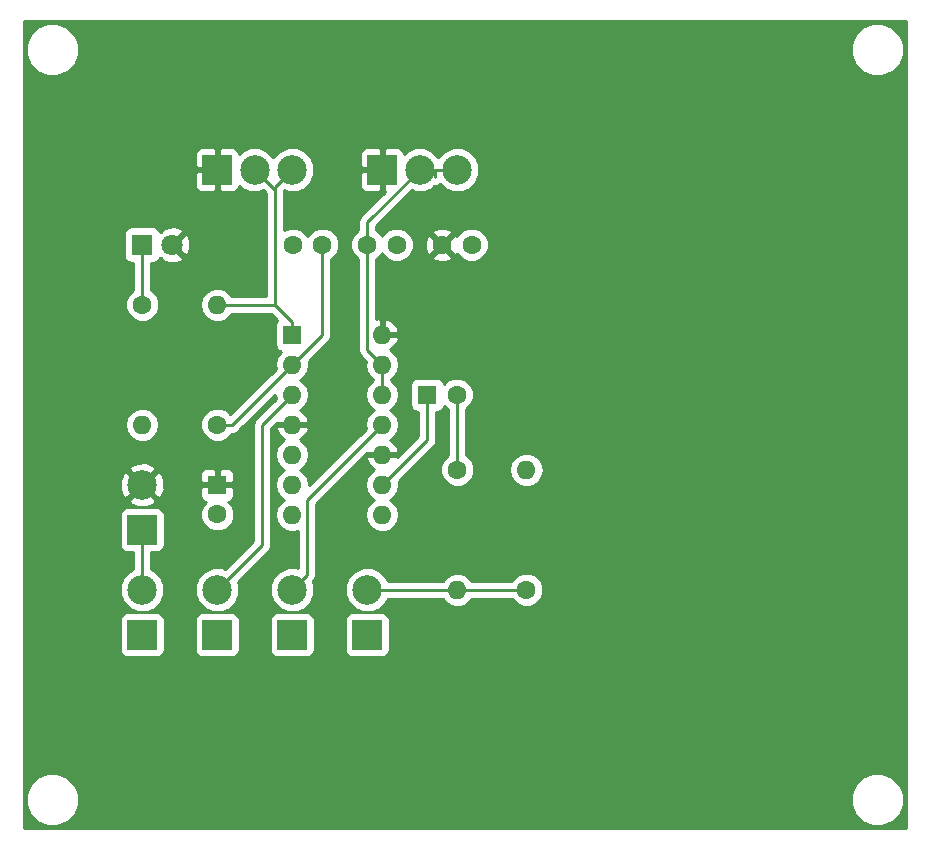
<source format=gtl>
G04 #@! TF.GenerationSoftware,KiCad,Pcbnew,(6.0.0-rc1-dev-441-gb1e5549)*
G04 #@! TF.CreationDate,2018-09-12T02:05:33+03:00*
G04 #@! TF.ProjectId,APC,4150432E6B696361645F706362000000,rev?*
G04 #@! TF.SameCoordinates,Original*
G04 #@! TF.FileFunction,Copper,L1,Top,Signal*
G04 #@! TF.FilePolarity,Positive*
%FSLAX46Y46*%
G04 Gerber Fmt 4.6, Leading zero omitted, Abs format (unit mm)*
G04 Created by KiCad (PCBNEW (6.0.0-rc1-dev-441-gb1e5549)) date 2018 September 12, Wednesday 02:05:33*
%MOMM*%
%LPD*%
G01*
G04 APERTURE LIST*
G04 #@! TA.AperFunction,ComponentPad*
%ADD10R,1.600000X1.600000*%
G04 #@! TD*
G04 #@! TA.AperFunction,ComponentPad*
%ADD11O,1.600000X1.600000*%
G04 #@! TD*
G04 #@! TA.AperFunction,ComponentPad*
%ADD12C,1.600000*%
G04 #@! TD*
G04 #@! TA.AperFunction,ComponentPad*
%ADD13C,2.499360*%
G04 #@! TD*
G04 #@! TA.AperFunction,ComponentPad*
%ADD14R,2.499360X2.499360*%
G04 #@! TD*
G04 #@! TA.AperFunction,ComponentPad*
%ADD15R,1.800000X1.800000*%
G04 #@! TD*
G04 #@! TA.AperFunction,ComponentPad*
%ADD16C,1.800000*%
G04 #@! TD*
G04 #@! TA.AperFunction,Conductor*
%ADD17C,0.250000*%
G04 #@! TD*
G04 #@! TA.AperFunction,Conductor*
%ADD18C,0.254000*%
G04 #@! TD*
G04 APERTURE END LIST*
D10*
G04 #@! TO.P,U1,1*
G04 #@! TO.N,Net-(R2-Pad2)*
X81280000Y-81280000D03*
D11*
G04 #@! TO.P,U1,8*
G04 #@! TO.N,Net-(U1-Pad5)*
X88900000Y-96520000D03*
G04 #@! TO.P,U1,2*
G04 #@! TO.N,Net-(C3-Pad1)*
X81280000Y-83820000D03*
G04 #@! TO.P,U1,9*
G04 #@! TO.N,Net-(C5-Pad1)*
X88900000Y-93980000D03*
G04 #@! TO.P,U1,3*
G04 #@! TO.N,Net-(J2-PadT)*
X81280000Y-86360000D03*
G04 #@! TO.P,U1,10*
G04 #@! TO.N,/PWR*
X88900000Y-91440000D03*
G04 #@! TO.P,U1,4*
X81280000Y-88900000D03*
G04 #@! TO.P,U1,11*
G04 #@! TO.N,Net-(J3-PadT)*
X88900000Y-88900000D03*
G04 #@! TO.P,U1,5*
G04 #@! TO.N,Net-(U1-Pad5)*
X81280000Y-91440000D03*
G04 #@! TO.P,U1,12*
G04 #@! TO.N,Net-(C4-Pad1)*
X88900000Y-86360000D03*
G04 #@! TO.P,U1,6*
G04 #@! TO.N,Net-(C3-Pad1)*
X81280000Y-93980000D03*
G04 #@! TO.P,U1,13*
G04 #@! TO.N,Net-(C4-Pad1)*
X88900000Y-83820000D03*
G04 #@! TO.P,U1,7*
G04 #@! TO.N,GND*
X81280000Y-96520000D03*
G04 #@! TO.P,U1,14*
G04 #@! TO.N,/PWR*
X88900000Y-81280000D03*
G04 #@! TD*
D12*
G04 #@! TO.P,C2,2*
G04 #@! TO.N,GND*
X74930000Y-96480000D03*
D10*
G04 #@! TO.P,C2,1*
G04 #@! TO.N,/PWR*
X74930000Y-93980000D03*
G04 #@! TD*
D12*
G04 #@! TO.P,C5,2*
G04 #@! TO.N,Net-(C5-Pad2)*
X95210000Y-86360000D03*
D10*
G04 #@! TO.P,C5,1*
G04 #@! TO.N,Net-(C5-Pad1)*
X92710000Y-86360000D03*
G04 #@! TD*
D13*
G04 #@! TO.P,RV1,3*
G04 #@! TO.N,Net-(R2-Pad2)*
X81280000Y-67310000D03*
G04 #@! TO.P,RV1,2*
X78105000Y-67310000D03*
D14*
G04 #@! TO.P,RV1,1*
G04 #@! TO.N,/PWR*
X74930000Y-67310000D03*
G04 #@! TD*
D13*
G04 #@! TO.P,RV2,3*
G04 #@! TO.N,Net-(C4-Pad1)*
X95250000Y-67310000D03*
G04 #@! TO.P,RV2,2*
X92075000Y-67310000D03*
D14*
G04 #@! TO.P,RV2,1*
G04 #@! TO.N,/PWR*
X88900000Y-67310000D03*
G04 #@! TD*
D13*
G04 #@! TO.P,J1,2*
G04 #@! TO.N,+9V*
X68580000Y-102870000D03*
D14*
G04 #@! TO.P,J1,1*
G04 #@! TO.N,GND*
X68580000Y-106680000D03*
G04 #@! TD*
D12*
G04 #@! TO.P,C1,1*
G04 #@! TO.N,/PWR*
X93980000Y-73660000D03*
G04 #@! TO.P,C1,2*
G04 #@! TO.N,GND*
X96480000Y-73660000D03*
G04 #@! TD*
G04 #@! TO.P,C3,1*
G04 #@! TO.N,Net-(C3-Pad1)*
X83820000Y-73660000D03*
G04 #@! TO.P,C3,2*
G04 #@! TO.N,GND*
X81320000Y-73660000D03*
G04 #@! TD*
G04 #@! TO.P,C4,2*
G04 #@! TO.N,GND*
X90130000Y-73660000D03*
G04 #@! TO.P,C4,1*
G04 #@! TO.N,Net-(C4-Pad1)*
X87630000Y-73660000D03*
G04 #@! TD*
D15*
G04 #@! TO.P,D1,1*
G04 #@! TO.N,Net-(D1-Pad1)*
X68580000Y-73660000D03*
D16*
G04 #@! TO.P,D1,2*
G04 #@! TO.N,/PWR*
X71120000Y-73660000D03*
G04 #@! TD*
D14*
G04 #@! TO.P,J2,1*
G04 #@! TO.N,GND*
X74930000Y-106680000D03*
D13*
G04 #@! TO.P,J2,2*
G04 #@! TO.N,Net-(J2-PadT)*
X74930000Y-102870000D03*
G04 #@! TD*
G04 #@! TO.P,J3,2*
G04 #@! TO.N,Net-(J3-PadT)*
X81280000Y-102870000D03*
D14*
G04 #@! TO.P,J3,1*
G04 #@! TO.N,GND*
X81280000Y-106680000D03*
G04 #@! TD*
G04 #@! TO.P,J4,1*
G04 #@! TO.N,GND*
X87630000Y-106680000D03*
D13*
G04 #@! TO.P,J4,2*
G04 #@! TO.N,Net-(J4-PadT)*
X87630000Y-102870000D03*
G04 #@! TD*
D12*
G04 #@! TO.P,R1,1*
G04 #@! TO.N,Net-(D1-Pad1)*
X68580000Y-78740000D03*
D11*
G04 #@! TO.P,R1,2*
G04 #@! TO.N,GND*
X68580000Y-88900000D03*
G04 #@! TD*
G04 #@! TO.P,R2,2*
G04 #@! TO.N,Net-(R2-Pad2)*
X74930000Y-78740000D03*
D12*
G04 #@! TO.P,R2,1*
G04 #@! TO.N,Net-(C3-Pad1)*
X74930000Y-88900000D03*
G04 #@! TD*
G04 #@! TO.P,R3,1*
G04 #@! TO.N,Net-(C5-Pad2)*
X95250000Y-92710000D03*
D11*
G04 #@! TO.P,R3,2*
G04 #@! TO.N,Net-(J4-PadT)*
X95250000Y-102870000D03*
G04 #@! TD*
G04 #@! TO.P,R4,2*
G04 #@! TO.N,GND*
X101111586Y-92710000D03*
D12*
G04 #@! TO.P,R4,1*
G04 #@! TO.N,Net-(J4-PadT)*
X101111586Y-102870000D03*
G04 #@! TD*
D13*
G04 #@! TO.P,SW1,2*
G04 #@! TO.N,/PWR*
X68580000Y-93980000D03*
D14*
G04 #@! TO.P,SW1,1*
G04 #@! TO.N,+9V*
X68580000Y-97790000D03*
G04 #@! TD*
D17*
G04 #@! TO.N,Net-(C3-Pad1)*
X76200000Y-88900000D02*
X81280000Y-83820000D01*
X74930000Y-88900000D02*
X76200000Y-88900000D01*
X83820000Y-81280000D02*
X81280000Y-83820000D01*
X83820000Y-73660000D02*
X83820000Y-81280000D01*
G04 #@! TO.N,Net-(C4-Pad1)*
X93345000Y-67945000D02*
X93345000Y-67310000D01*
X88900000Y-83820000D02*
X88900000Y-86360000D01*
X92075000Y-67310000D02*
X95250000Y-67310000D01*
X87630000Y-82550000D02*
X88900000Y-83820000D01*
X87630000Y-73660000D02*
X87630000Y-82550000D01*
X87630000Y-71755000D02*
X92075000Y-67310000D01*
X87630000Y-73660000D02*
X87630000Y-71755000D01*
G04 #@! TO.N,Net-(C5-Pad2)*
X95210000Y-92670000D02*
X95250000Y-92710000D01*
X95210000Y-86360000D02*
X95210000Y-92670000D01*
G04 #@! TO.N,Net-(C5-Pad1)*
X92710000Y-90170000D02*
X88900000Y-93980000D01*
X92710000Y-86360000D02*
X92710000Y-90170000D01*
G04 #@! TO.N,Net-(D1-Pad1)*
X68580000Y-78740000D02*
X68580000Y-73660000D01*
G04 #@! TO.N,+9V*
X68580000Y-102870000D02*
X68580000Y-97790000D01*
G04 #@! TO.N,Net-(R2-Pad2)*
X79790000Y-78740000D02*
X81280000Y-80230000D01*
X74930000Y-78740000D02*
X79790000Y-78740000D01*
X81280000Y-80230000D02*
X81280000Y-81280000D01*
X79790000Y-68995000D02*
X78105000Y-67310000D01*
X79790000Y-78740000D02*
X79790000Y-68995000D01*
X79790000Y-68800000D02*
X81280000Y-67310000D01*
X79790000Y-68995000D02*
X79790000Y-68800000D01*
G04 #@! TO.N,Net-(J4-PadT)*
X87630000Y-102870000D02*
X95250000Y-102870000D01*
X95250000Y-102870000D02*
X101111586Y-102870000D01*
G04 #@! TO.N,Net-(J2-PadT)*
X80480001Y-87159999D02*
X81280000Y-86360000D01*
X78740000Y-88900000D02*
X80480001Y-87159999D01*
X78740000Y-99060000D02*
X78740000Y-88900000D01*
X74930000Y-102870000D02*
X78740000Y-99060000D01*
G04 #@! TO.N,Net-(J3-PadT)*
X88100001Y-89699999D02*
X88900000Y-88900000D01*
X82529679Y-101620321D02*
X82529679Y-95270321D01*
X82529679Y-95270321D02*
X88100001Y-89699999D01*
X81280000Y-102870000D02*
X82529679Y-101620321D01*
G04 #@! TD*
D18*
G04 #@! TO.N,/PWR*
G36*
X133223000Y-123063000D02*
X58547000Y-123063000D01*
X58547000Y-120205431D01*
X58725000Y-120205431D01*
X58725000Y-121094569D01*
X59065259Y-121916026D01*
X59693974Y-122544741D01*
X60515431Y-122885000D01*
X61404569Y-122885000D01*
X62226026Y-122544741D01*
X62854741Y-121916026D01*
X63195000Y-121094569D01*
X63195000Y-120205431D01*
X128575000Y-120205431D01*
X128575000Y-121094569D01*
X128915259Y-121916026D01*
X129543974Y-122544741D01*
X130365431Y-122885000D01*
X131254569Y-122885000D01*
X132076026Y-122544741D01*
X132704741Y-121916026D01*
X133045000Y-121094569D01*
X133045000Y-120205431D01*
X132704741Y-119383974D01*
X132076026Y-118755259D01*
X131254569Y-118415000D01*
X130365431Y-118415000D01*
X129543974Y-118755259D01*
X128915259Y-119383974D01*
X128575000Y-120205431D01*
X63195000Y-120205431D01*
X62854741Y-119383974D01*
X62226026Y-118755259D01*
X61404569Y-118415000D01*
X60515431Y-118415000D01*
X59693974Y-118755259D01*
X59065259Y-119383974D01*
X58725000Y-120205431D01*
X58547000Y-120205431D01*
X58547000Y-105430320D01*
X66682880Y-105430320D01*
X66682880Y-107929680D01*
X66732163Y-108177445D01*
X66872511Y-108387489D01*
X67082555Y-108527837D01*
X67330320Y-108577120D01*
X69829680Y-108577120D01*
X70077445Y-108527837D01*
X70287489Y-108387489D01*
X70427837Y-108177445D01*
X70477120Y-107929680D01*
X70477120Y-105430320D01*
X73032880Y-105430320D01*
X73032880Y-107929680D01*
X73082163Y-108177445D01*
X73222511Y-108387489D01*
X73432555Y-108527837D01*
X73680320Y-108577120D01*
X76179680Y-108577120D01*
X76427445Y-108527837D01*
X76637489Y-108387489D01*
X76777837Y-108177445D01*
X76827120Y-107929680D01*
X76827120Y-105430320D01*
X79382880Y-105430320D01*
X79382880Y-107929680D01*
X79432163Y-108177445D01*
X79572511Y-108387489D01*
X79782555Y-108527837D01*
X80030320Y-108577120D01*
X82529680Y-108577120D01*
X82777445Y-108527837D01*
X82987489Y-108387489D01*
X83127837Y-108177445D01*
X83177120Y-107929680D01*
X83177120Y-105430320D01*
X85732880Y-105430320D01*
X85732880Y-107929680D01*
X85782163Y-108177445D01*
X85922511Y-108387489D01*
X86132555Y-108527837D01*
X86380320Y-108577120D01*
X88879680Y-108577120D01*
X89127445Y-108527837D01*
X89337489Y-108387489D01*
X89477837Y-108177445D01*
X89527120Y-107929680D01*
X89527120Y-105430320D01*
X89477837Y-105182555D01*
X89337489Y-104972511D01*
X89127445Y-104832163D01*
X88879680Y-104782880D01*
X86380320Y-104782880D01*
X86132555Y-104832163D01*
X85922511Y-104972511D01*
X85782163Y-105182555D01*
X85732880Y-105430320D01*
X83177120Y-105430320D01*
X83127837Y-105182555D01*
X82987489Y-104972511D01*
X82777445Y-104832163D01*
X82529680Y-104782880D01*
X80030320Y-104782880D01*
X79782555Y-104832163D01*
X79572511Y-104972511D01*
X79432163Y-105182555D01*
X79382880Y-105430320D01*
X76827120Y-105430320D01*
X76777837Y-105182555D01*
X76637489Y-104972511D01*
X76427445Y-104832163D01*
X76179680Y-104782880D01*
X73680320Y-104782880D01*
X73432555Y-104832163D01*
X73222511Y-104972511D01*
X73082163Y-105182555D01*
X73032880Y-105430320D01*
X70477120Y-105430320D01*
X70427837Y-105182555D01*
X70287489Y-104972511D01*
X70077445Y-104832163D01*
X69829680Y-104782880D01*
X67330320Y-104782880D01*
X67082555Y-104832163D01*
X66872511Y-104972511D01*
X66732163Y-105182555D01*
X66682880Y-105430320D01*
X58547000Y-105430320D01*
X58547000Y-96540320D01*
X66682880Y-96540320D01*
X66682880Y-99039680D01*
X66732163Y-99287445D01*
X66872511Y-99497489D01*
X67082555Y-99637837D01*
X67330320Y-99687120D01*
X67820001Y-99687120D01*
X67820000Y-101144839D01*
X67512415Y-101272245D01*
X66982245Y-101802415D01*
X66695320Y-102495114D01*
X66695320Y-103244886D01*
X66982245Y-103937585D01*
X67512415Y-104467755D01*
X68205114Y-104754680D01*
X68954886Y-104754680D01*
X69647585Y-104467755D01*
X70177755Y-103937585D01*
X70464680Y-103244886D01*
X70464680Y-102495114D01*
X73045320Y-102495114D01*
X73045320Y-103244886D01*
X73332245Y-103937585D01*
X73862415Y-104467755D01*
X74555114Y-104754680D01*
X75304886Y-104754680D01*
X75997585Y-104467755D01*
X76527755Y-103937585D01*
X76814680Y-103244886D01*
X76814680Y-102495114D01*
X79395320Y-102495114D01*
X79395320Y-103244886D01*
X79682245Y-103937585D01*
X80212415Y-104467755D01*
X80905114Y-104754680D01*
X81654886Y-104754680D01*
X82347585Y-104467755D01*
X82877755Y-103937585D01*
X83164680Y-103244886D01*
X83164680Y-102495114D01*
X85745320Y-102495114D01*
X85745320Y-103244886D01*
X86032245Y-103937585D01*
X86562415Y-104467755D01*
X87255114Y-104754680D01*
X88004886Y-104754680D01*
X88697585Y-104467755D01*
X89227755Y-103937585D01*
X89355161Y-103630000D01*
X94031957Y-103630000D01*
X94215423Y-103904577D01*
X94690091Y-104221740D01*
X95108667Y-104305000D01*
X95391333Y-104305000D01*
X95809909Y-104221740D01*
X96284577Y-103904577D01*
X96468043Y-103630000D01*
X99873156Y-103630000D01*
X99895052Y-103682862D01*
X100298724Y-104086534D01*
X100826147Y-104305000D01*
X101397025Y-104305000D01*
X101924448Y-104086534D01*
X102328120Y-103682862D01*
X102546586Y-103155439D01*
X102546586Y-102584561D01*
X102328120Y-102057138D01*
X101924448Y-101653466D01*
X101397025Y-101435000D01*
X100826147Y-101435000D01*
X100298724Y-101653466D01*
X99895052Y-102057138D01*
X99873156Y-102110000D01*
X96468043Y-102110000D01*
X96284577Y-101835423D01*
X95809909Y-101518260D01*
X95391333Y-101435000D01*
X95108667Y-101435000D01*
X94690091Y-101518260D01*
X94215423Y-101835423D01*
X94031957Y-102110000D01*
X89355161Y-102110000D01*
X89227755Y-101802415D01*
X88697585Y-101272245D01*
X88004886Y-100985320D01*
X87255114Y-100985320D01*
X86562415Y-101272245D01*
X86032245Y-101802415D01*
X85745320Y-102495114D01*
X83164680Y-102495114D01*
X83039763Y-102193537D01*
X83077608Y-102168250D01*
X83245583Y-101916858D01*
X83289679Y-101695173D01*
X83289679Y-101695168D01*
X83304567Y-101620321D01*
X83289679Y-101545474D01*
X83289679Y-95585122D01*
X84894801Y-93980000D01*
X87436887Y-93980000D01*
X87548260Y-94539909D01*
X87865423Y-95014577D01*
X88217758Y-95250000D01*
X87865423Y-95485423D01*
X87548260Y-95960091D01*
X87436887Y-96520000D01*
X87548260Y-97079909D01*
X87865423Y-97554577D01*
X88340091Y-97871740D01*
X88758667Y-97955000D01*
X89041333Y-97955000D01*
X89459909Y-97871740D01*
X89934577Y-97554577D01*
X90251740Y-97079909D01*
X90363113Y-96520000D01*
X90251740Y-95960091D01*
X89934577Y-95485423D01*
X89582242Y-95250000D01*
X89934577Y-95014577D01*
X90251740Y-94539909D01*
X90363113Y-93980000D01*
X90298688Y-93656113D01*
X93194473Y-90760329D01*
X93257929Y-90717929D01*
X93420325Y-90474887D01*
X93425904Y-90466538D01*
X93452068Y-90335000D01*
X93470000Y-90244852D01*
X93470000Y-90244848D01*
X93484888Y-90170000D01*
X93470000Y-90095152D01*
X93470000Y-87807440D01*
X93510000Y-87807440D01*
X93757765Y-87758157D01*
X93967809Y-87617809D01*
X94108157Y-87407765D01*
X94128101Y-87307497D01*
X94397138Y-87576534D01*
X94450000Y-87598430D01*
X94450001Y-91488138D01*
X94437138Y-91493466D01*
X94033466Y-91897138D01*
X93815000Y-92424561D01*
X93815000Y-92995439D01*
X94033466Y-93522862D01*
X94437138Y-93926534D01*
X94964561Y-94145000D01*
X95535439Y-94145000D01*
X96062862Y-93926534D01*
X96466534Y-93522862D01*
X96685000Y-92995439D01*
X96685000Y-92710000D01*
X99648473Y-92710000D01*
X99759846Y-93269909D01*
X100077009Y-93744577D01*
X100551677Y-94061740D01*
X100970253Y-94145000D01*
X101252919Y-94145000D01*
X101671495Y-94061740D01*
X102146163Y-93744577D01*
X102463326Y-93269909D01*
X102574699Y-92710000D01*
X102463326Y-92150091D01*
X102146163Y-91675423D01*
X101671495Y-91358260D01*
X101252919Y-91275000D01*
X100970253Y-91275000D01*
X100551677Y-91358260D01*
X100077009Y-91675423D01*
X99759846Y-92150091D01*
X99648473Y-92710000D01*
X96685000Y-92710000D01*
X96685000Y-92424561D01*
X96466534Y-91897138D01*
X96062862Y-91493466D01*
X95970000Y-91455001D01*
X95970000Y-87598430D01*
X96022862Y-87576534D01*
X96426534Y-87172862D01*
X96645000Y-86645439D01*
X96645000Y-86074561D01*
X96426534Y-85547138D01*
X96022862Y-85143466D01*
X95495439Y-84925000D01*
X94924561Y-84925000D01*
X94397138Y-85143466D01*
X94128101Y-85412503D01*
X94108157Y-85312235D01*
X93967809Y-85102191D01*
X93757765Y-84961843D01*
X93510000Y-84912560D01*
X91910000Y-84912560D01*
X91662235Y-84961843D01*
X91452191Y-85102191D01*
X91311843Y-85312235D01*
X91262560Y-85560000D01*
X91262560Y-87160000D01*
X91311843Y-87407765D01*
X91452191Y-87617809D01*
X91662235Y-87758157D01*
X91910000Y-87807440D01*
X91950000Y-87807440D01*
X91950001Y-89855197D01*
X90194128Y-91611071D01*
X90169915Y-91567000D01*
X89027000Y-91567000D01*
X89027000Y-91587000D01*
X88773000Y-91587000D01*
X88773000Y-91567000D01*
X87630085Y-91567000D01*
X87508096Y-91789039D01*
X87668959Y-92177423D01*
X88044866Y-92592389D01*
X88249108Y-92689053D01*
X87865423Y-92945423D01*
X87548260Y-93420091D01*
X87436887Y-93980000D01*
X84894801Y-93980000D01*
X87605872Y-91268929D01*
X87630085Y-91313000D01*
X88773000Y-91313000D01*
X88773000Y-91293000D01*
X89027000Y-91293000D01*
X89027000Y-91313000D01*
X90169915Y-91313000D01*
X90291904Y-91090961D01*
X90131041Y-90702577D01*
X89755134Y-90287611D01*
X89550892Y-90190947D01*
X89934577Y-89934577D01*
X90251740Y-89459909D01*
X90363113Y-88900000D01*
X90251740Y-88340091D01*
X89934577Y-87865423D01*
X89582242Y-87630000D01*
X89934577Y-87394577D01*
X90251740Y-86919909D01*
X90363113Y-86360000D01*
X90251740Y-85800091D01*
X89934577Y-85325423D01*
X89660000Y-85141957D01*
X89660000Y-85038043D01*
X89934577Y-84854577D01*
X90251740Y-84379909D01*
X90363113Y-83820000D01*
X90251740Y-83260091D01*
X89934577Y-82785423D01*
X89550892Y-82529053D01*
X89755134Y-82432389D01*
X90131041Y-82017423D01*
X90291904Y-81629039D01*
X90169915Y-81407000D01*
X89027000Y-81407000D01*
X89027000Y-81427000D01*
X88773000Y-81427000D01*
X88773000Y-81407000D01*
X88753000Y-81407000D01*
X88753000Y-81153000D01*
X88773000Y-81153000D01*
X88773000Y-80009371D01*
X89027000Y-80009371D01*
X89027000Y-81153000D01*
X90169915Y-81153000D01*
X90291904Y-80930961D01*
X90131041Y-80542577D01*
X89755134Y-80127611D01*
X89249041Y-79888086D01*
X89027000Y-80009371D01*
X88773000Y-80009371D01*
X88550959Y-79888086D01*
X88390000Y-79964265D01*
X88390000Y-74898430D01*
X88442862Y-74876534D01*
X88846534Y-74472862D01*
X88880000Y-74392068D01*
X88913466Y-74472862D01*
X89317138Y-74876534D01*
X89844561Y-75095000D01*
X90415439Y-75095000D01*
X90942862Y-74876534D01*
X91151651Y-74667745D01*
X93151861Y-74667745D01*
X93225995Y-74913864D01*
X93763223Y-75106965D01*
X94333454Y-75079778D01*
X94734005Y-74913864D01*
X94808139Y-74667745D01*
X93980000Y-73839605D01*
X93151861Y-74667745D01*
X91151651Y-74667745D01*
X91346534Y-74472862D01*
X91565000Y-73945439D01*
X91565000Y-73443223D01*
X92533035Y-73443223D01*
X92560222Y-74013454D01*
X92726136Y-74414005D01*
X92972255Y-74488139D01*
X93800395Y-73660000D01*
X94159605Y-73660000D01*
X94987745Y-74488139D01*
X95233864Y-74414005D01*
X95236290Y-74407254D01*
X95263466Y-74472862D01*
X95667138Y-74876534D01*
X96194561Y-75095000D01*
X96765439Y-75095000D01*
X97292862Y-74876534D01*
X97696534Y-74472862D01*
X97915000Y-73945439D01*
X97915000Y-73374561D01*
X97696534Y-72847138D01*
X97292862Y-72443466D01*
X96765439Y-72225000D01*
X96194561Y-72225000D01*
X95667138Y-72443466D01*
X95263466Y-72847138D01*
X95236475Y-72912299D01*
X95233864Y-72905995D01*
X94987745Y-72831861D01*
X94159605Y-73660000D01*
X93800395Y-73660000D01*
X92972255Y-72831861D01*
X92726136Y-72905995D01*
X92533035Y-73443223D01*
X91565000Y-73443223D01*
X91565000Y-73374561D01*
X91346534Y-72847138D01*
X91151651Y-72652255D01*
X93151861Y-72652255D01*
X93980000Y-73480395D01*
X94808139Y-72652255D01*
X94734005Y-72406136D01*
X94196777Y-72213035D01*
X93626546Y-72240222D01*
X93225995Y-72406136D01*
X93151861Y-72652255D01*
X91151651Y-72652255D01*
X90942862Y-72443466D01*
X90415439Y-72225000D01*
X89844561Y-72225000D01*
X89317138Y-72443466D01*
X88913466Y-72847138D01*
X88880000Y-72927932D01*
X88846534Y-72847138D01*
X88442862Y-72443466D01*
X88390000Y-72421570D01*
X88390000Y-72069801D01*
X91392528Y-69067274D01*
X91700114Y-69194680D01*
X92449886Y-69194680D01*
X93142585Y-68907755D01*
X93332865Y-68717475D01*
X93345000Y-68719889D01*
X93641536Y-68660904D01*
X93817793Y-68543133D01*
X94182415Y-68907755D01*
X94875114Y-69194680D01*
X95624886Y-69194680D01*
X96317585Y-68907755D01*
X96847755Y-68377585D01*
X97134680Y-67684886D01*
X97134680Y-66935114D01*
X96847755Y-66242415D01*
X96317585Y-65712245D01*
X95624886Y-65425320D01*
X94875114Y-65425320D01*
X94182415Y-65712245D01*
X93662500Y-66232160D01*
X93142585Y-65712245D01*
X92449886Y-65425320D01*
X91700114Y-65425320D01*
X91007415Y-65712245D01*
X90784680Y-65934980D01*
X90784680Y-65934010D01*
X90688007Y-65700621D01*
X90509378Y-65521993D01*
X90275989Y-65425320D01*
X89185750Y-65425320D01*
X89027000Y-65584070D01*
X89027000Y-67183000D01*
X89047000Y-67183000D01*
X89047000Y-67437000D01*
X89027000Y-67437000D01*
X89027000Y-69035930D01*
X89150634Y-69159564D01*
X87145528Y-71164671D01*
X87082072Y-71207071D01*
X87039672Y-71270527D01*
X87039671Y-71270528D01*
X86914097Y-71458463D01*
X86855112Y-71755000D01*
X86870001Y-71829852D01*
X86870001Y-72421570D01*
X86817138Y-72443466D01*
X86413466Y-72847138D01*
X86195000Y-73374561D01*
X86195000Y-73945439D01*
X86413466Y-74472862D01*
X86817138Y-74876534D01*
X86870000Y-74898430D01*
X86870001Y-82475148D01*
X86855112Y-82550000D01*
X86870001Y-82624852D01*
X86914097Y-82846537D01*
X87082072Y-83097929D01*
X87145528Y-83140329D01*
X87501312Y-83496113D01*
X87436887Y-83820000D01*
X87548260Y-84379909D01*
X87865423Y-84854577D01*
X88140000Y-85038044D01*
X88140001Y-85141956D01*
X87865423Y-85325423D01*
X87548260Y-85800091D01*
X87436887Y-86360000D01*
X87548260Y-86919909D01*
X87865423Y-87394577D01*
X88217758Y-87630000D01*
X87865423Y-87865423D01*
X87548260Y-88340091D01*
X87436887Y-88900000D01*
X87501312Y-89223886D01*
X82742595Y-93982604D01*
X82743113Y-93980000D01*
X82631740Y-93420091D01*
X82314577Y-92945423D01*
X81962242Y-92710000D01*
X82314577Y-92474577D01*
X82631740Y-91999909D01*
X82743113Y-91440000D01*
X82631740Y-90880091D01*
X82314577Y-90405423D01*
X81930892Y-90149053D01*
X82135134Y-90052389D01*
X82511041Y-89637423D01*
X82671904Y-89249039D01*
X82549915Y-89027000D01*
X81407000Y-89027000D01*
X81407000Y-89047000D01*
X81153000Y-89047000D01*
X81153000Y-89027000D01*
X80010085Y-89027000D01*
X79888096Y-89249039D01*
X80048959Y-89637423D01*
X80424866Y-90052389D01*
X80629108Y-90149053D01*
X80245423Y-90405423D01*
X79928260Y-90880091D01*
X79816887Y-91440000D01*
X79928260Y-91999909D01*
X80245423Y-92474577D01*
X80597758Y-92710000D01*
X80245423Y-92945423D01*
X79928260Y-93420091D01*
X79816887Y-93980000D01*
X79928260Y-94539909D01*
X80245423Y-95014577D01*
X80597758Y-95250000D01*
X80245423Y-95485423D01*
X79928260Y-95960091D01*
X79816887Y-96520000D01*
X79928260Y-97079909D01*
X80245423Y-97554577D01*
X80720091Y-97871740D01*
X81138667Y-97955000D01*
X81421333Y-97955000D01*
X81769680Y-97885710D01*
X81769679Y-101032869D01*
X81654886Y-100985320D01*
X80905114Y-100985320D01*
X80212415Y-101272245D01*
X79682245Y-101802415D01*
X79395320Y-102495114D01*
X76814680Y-102495114D01*
X76687274Y-102187528D01*
X79224473Y-99650329D01*
X79287929Y-99607929D01*
X79361723Y-99497489D01*
X79455904Y-99356538D01*
X79469647Y-99287445D01*
X79500000Y-99134852D01*
X79500000Y-99134848D01*
X79514888Y-99060000D01*
X79500000Y-98985152D01*
X79500000Y-89214801D01*
X79985872Y-88728929D01*
X80010085Y-88773000D01*
X81153000Y-88773000D01*
X81153000Y-88753000D01*
X81407000Y-88753000D01*
X81407000Y-88773000D01*
X82549915Y-88773000D01*
X82671904Y-88550961D01*
X82511041Y-88162577D01*
X82135134Y-87747611D01*
X81930892Y-87650947D01*
X82314577Y-87394577D01*
X82631740Y-86919909D01*
X82743113Y-86360000D01*
X82631740Y-85800091D01*
X82314577Y-85325423D01*
X81962242Y-85090000D01*
X82314577Y-84854577D01*
X82631740Y-84379909D01*
X82743113Y-83820000D01*
X82678688Y-83496114D01*
X84304476Y-81870327D01*
X84367929Y-81827929D01*
X84410327Y-81764476D01*
X84410329Y-81764474D01*
X84535903Y-81576538D01*
X84535904Y-81576537D01*
X84580000Y-81354852D01*
X84580000Y-81354848D01*
X84594888Y-81280001D01*
X84580000Y-81205154D01*
X84580000Y-74898430D01*
X84632862Y-74876534D01*
X85036534Y-74472862D01*
X85255000Y-73945439D01*
X85255000Y-73374561D01*
X85036534Y-72847138D01*
X84632862Y-72443466D01*
X84105439Y-72225000D01*
X83534561Y-72225000D01*
X83007138Y-72443466D01*
X82603466Y-72847138D01*
X82570000Y-72927932D01*
X82536534Y-72847138D01*
X82132862Y-72443466D01*
X81605439Y-72225000D01*
X81034561Y-72225000D01*
X80550000Y-72425712D01*
X80550000Y-69114801D01*
X80597528Y-69067274D01*
X80905114Y-69194680D01*
X81654886Y-69194680D01*
X82347585Y-68907755D01*
X82877755Y-68377585D01*
X83164680Y-67684886D01*
X83164680Y-67595750D01*
X87015320Y-67595750D01*
X87015320Y-68685990D01*
X87111993Y-68919379D01*
X87290622Y-69098007D01*
X87524011Y-69194680D01*
X88614250Y-69194680D01*
X88773000Y-69035930D01*
X88773000Y-67437000D01*
X87174070Y-67437000D01*
X87015320Y-67595750D01*
X83164680Y-67595750D01*
X83164680Y-66935114D01*
X82877755Y-66242415D01*
X82569350Y-65934010D01*
X87015320Y-65934010D01*
X87015320Y-67024250D01*
X87174070Y-67183000D01*
X88773000Y-67183000D01*
X88773000Y-65584070D01*
X88614250Y-65425320D01*
X87524011Y-65425320D01*
X87290622Y-65521993D01*
X87111993Y-65700621D01*
X87015320Y-65934010D01*
X82569350Y-65934010D01*
X82347585Y-65712245D01*
X81654886Y-65425320D01*
X80905114Y-65425320D01*
X80212415Y-65712245D01*
X79692500Y-66232160D01*
X79172585Y-65712245D01*
X78479886Y-65425320D01*
X77730114Y-65425320D01*
X77037415Y-65712245D01*
X76814680Y-65934980D01*
X76814680Y-65934010D01*
X76718007Y-65700621D01*
X76539378Y-65521993D01*
X76305989Y-65425320D01*
X75215750Y-65425320D01*
X75057000Y-65584070D01*
X75057000Y-67183000D01*
X75077000Y-67183000D01*
X75077000Y-67437000D01*
X75057000Y-67437000D01*
X75057000Y-69035930D01*
X75215750Y-69194680D01*
X76305989Y-69194680D01*
X76539378Y-69098007D01*
X76718007Y-68919379D01*
X76814680Y-68685990D01*
X76814680Y-68685020D01*
X77037415Y-68907755D01*
X77730114Y-69194680D01*
X78479886Y-69194680D01*
X78787472Y-69067274D01*
X79030001Y-69309803D01*
X79030000Y-77980000D01*
X76148043Y-77980000D01*
X75964577Y-77705423D01*
X75489909Y-77388260D01*
X75071333Y-77305000D01*
X74788667Y-77305000D01*
X74370091Y-77388260D01*
X73895423Y-77705423D01*
X73578260Y-78180091D01*
X73466887Y-78740000D01*
X73578260Y-79299909D01*
X73895423Y-79774577D01*
X74370091Y-80091740D01*
X74788667Y-80175000D01*
X75071333Y-80175000D01*
X75489909Y-80091740D01*
X75964577Y-79774577D01*
X76148043Y-79500000D01*
X79475199Y-79500000D01*
X80012257Y-80037058D01*
X79881843Y-80232235D01*
X79832560Y-80480000D01*
X79832560Y-82080000D01*
X79881843Y-82327765D01*
X80022191Y-82537809D01*
X80232235Y-82678157D01*
X80366106Y-82704785D01*
X80245423Y-82785423D01*
X79928260Y-83260091D01*
X79816887Y-83820000D01*
X79881312Y-84143886D01*
X76042297Y-87982901D01*
X75742862Y-87683466D01*
X75215439Y-87465000D01*
X74644561Y-87465000D01*
X74117138Y-87683466D01*
X73713466Y-88087138D01*
X73495000Y-88614561D01*
X73495000Y-89185439D01*
X73713466Y-89712862D01*
X74117138Y-90116534D01*
X74644561Y-90335000D01*
X75215439Y-90335000D01*
X75742862Y-90116534D01*
X76146534Y-89712862D01*
X76165136Y-89667953D01*
X76200000Y-89674888D01*
X76274847Y-89660000D01*
X76274852Y-89660000D01*
X76496537Y-89615904D01*
X76747929Y-89447929D01*
X76790331Y-89384470D01*
X79817405Y-86357397D01*
X79816887Y-86360000D01*
X79881312Y-86683886D01*
X78255528Y-88309671D01*
X78192072Y-88352071D01*
X78149672Y-88415527D01*
X78149671Y-88415528D01*
X78024097Y-88603463D01*
X77965112Y-88900000D01*
X77980001Y-88974852D01*
X77980000Y-98745198D01*
X75612472Y-101112726D01*
X75304886Y-100985320D01*
X74555114Y-100985320D01*
X73862415Y-101272245D01*
X73332245Y-101802415D01*
X73045320Y-102495114D01*
X70464680Y-102495114D01*
X70177755Y-101802415D01*
X69647585Y-101272245D01*
X69340000Y-101144839D01*
X69340000Y-99687120D01*
X69829680Y-99687120D01*
X70077445Y-99637837D01*
X70287489Y-99497489D01*
X70427837Y-99287445D01*
X70477120Y-99039680D01*
X70477120Y-96540320D01*
X70427837Y-96292555D01*
X70287489Y-96082511D01*
X70077445Y-95942163D01*
X69829680Y-95892880D01*
X67330320Y-95892880D01*
X67082555Y-95942163D01*
X66872511Y-96082511D01*
X66732163Y-96292555D01*
X66682880Y-96540320D01*
X58547000Y-96540320D01*
X58547000Y-95313089D01*
X67426517Y-95313089D01*
X67555725Y-95605859D01*
X68255883Y-95874071D01*
X69005384Y-95853928D01*
X69604275Y-95605859D01*
X69733483Y-95313089D01*
X68580000Y-94159605D01*
X67426517Y-95313089D01*
X58547000Y-95313089D01*
X58547000Y-93655883D01*
X66685929Y-93655883D01*
X66706072Y-94405384D01*
X66954141Y-95004275D01*
X67246911Y-95133483D01*
X68400395Y-93980000D01*
X68759605Y-93980000D01*
X69913089Y-95133483D01*
X70205859Y-95004275D01*
X70474071Y-94304117D01*
X70473040Y-94265750D01*
X73495000Y-94265750D01*
X73495000Y-94906309D01*
X73591673Y-95139698D01*
X73770301Y-95318327D01*
X73976759Y-95403845D01*
X73713466Y-95667138D01*
X73495000Y-96194561D01*
X73495000Y-96765439D01*
X73713466Y-97292862D01*
X74117138Y-97696534D01*
X74644561Y-97915000D01*
X75215439Y-97915000D01*
X75742862Y-97696534D01*
X76146534Y-97292862D01*
X76365000Y-96765439D01*
X76365000Y-96194561D01*
X76146534Y-95667138D01*
X75883241Y-95403845D01*
X76089699Y-95318327D01*
X76268327Y-95139698D01*
X76365000Y-94906309D01*
X76365000Y-94265750D01*
X76206250Y-94107000D01*
X75057000Y-94107000D01*
X75057000Y-94127000D01*
X74803000Y-94127000D01*
X74803000Y-94107000D01*
X73653750Y-94107000D01*
X73495000Y-94265750D01*
X70473040Y-94265750D01*
X70453928Y-93554616D01*
X70246438Y-93053691D01*
X73495000Y-93053691D01*
X73495000Y-93694250D01*
X73653750Y-93853000D01*
X74803000Y-93853000D01*
X74803000Y-92703750D01*
X75057000Y-92703750D01*
X75057000Y-93853000D01*
X76206250Y-93853000D01*
X76365000Y-93694250D01*
X76365000Y-93053691D01*
X76268327Y-92820302D01*
X76089699Y-92641673D01*
X75856310Y-92545000D01*
X75215750Y-92545000D01*
X75057000Y-92703750D01*
X74803000Y-92703750D01*
X74644250Y-92545000D01*
X74003690Y-92545000D01*
X73770301Y-92641673D01*
X73591673Y-92820302D01*
X73495000Y-93053691D01*
X70246438Y-93053691D01*
X70205859Y-92955725D01*
X69913089Y-92826517D01*
X68759605Y-93980000D01*
X68400395Y-93980000D01*
X67246911Y-92826517D01*
X66954141Y-92955725D01*
X66685929Y-93655883D01*
X58547000Y-93655883D01*
X58547000Y-92646911D01*
X67426517Y-92646911D01*
X68580000Y-93800395D01*
X69733483Y-92646911D01*
X69604275Y-92354141D01*
X68904117Y-92085929D01*
X68154616Y-92106072D01*
X67555725Y-92354141D01*
X67426517Y-92646911D01*
X58547000Y-92646911D01*
X58547000Y-88900000D01*
X67116887Y-88900000D01*
X67228260Y-89459909D01*
X67545423Y-89934577D01*
X68020091Y-90251740D01*
X68438667Y-90335000D01*
X68721333Y-90335000D01*
X69139909Y-90251740D01*
X69614577Y-89934577D01*
X69931740Y-89459909D01*
X70043113Y-88900000D01*
X69931740Y-88340091D01*
X69614577Y-87865423D01*
X69139909Y-87548260D01*
X68721333Y-87465000D01*
X68438667Y-87465000D01*
X68020091Y-87548260D01*
X67545423Y-87865423D01*
X67228260Y-88340091D01*
X67116887Y-88900000D01*
X58547000Y-88900000D01*
X58547000Y-72760000D01*
X67032560Y-72760000D01*
X67032560Y-74560000D01*
X67081843Y-74807765D01*
X67222191Y-75017809D01*
X67432235Y-75158157D01*
X67680000Y-75207440D01*
X67820001Y-75207440D01*
X67820000Y-77501570D01*
X67767138Y-77523466D01*
X67363466Y-77927138D01*
X67145000Y-78454561D01*
X67145000Y-79025439D01*
X67363466Y-79552862D01*
X67767138Y-79956534D01*
X68294561Y-80175000D01*
X68865439Y-80175000D01*
X69392862Y-79956534D01*
X69796534Y-79552862D01*
X70015000Y-79025439D01*
X70015000Y-78454561D01*
X69796534Y-77927138D01*
X69392862Y-77523466D01*
X69340000Y-77501570D01*
X69340000Y-75207440D01*
X69480000Y-75207440D01*
X69727765Y-75158157D01*
X69937809Y-75017809D01*
X70070058Y-74819886D01*
X70104890Y-74854718D01*
X70219447Y-74740161D01*
X70305852Y-74996643D01*
X70879336Y-75206458D01*
X71489460Y-75180839D01*
X71934148Y-74996643D01*
X72020554Y-74740159D01*
X71120000Y-73839605D01*
X71105858Y-73853748D01*
X70926253Y-73674143D01*
X70940395Y-73660000D01*
X71299605Y-73660000D01*
X72200159Y-74560554D01*
X72456643Y-74474148D01*
X72666458Y-73900664D01*
X72640839Y-73290540D01*
X72456643Y-72845852D01*
X72200159Y-72759446D01*
X71299605Y-73660000D01*
X70940395Y-73660000D01*
X70926253Y-73645858D01*
X71105858Y-73466253D01*
X71120000Y-73480395D01*
X72020554Y-72579841D01*
X71934148Y-72323357D01*
X71360664Y-72113542D01*
X70750540Y-72139161D01*
X70305852Y-72323357D01*
X70219447Y-72579839D01*
X70104890Y-72465282D01*
X70070058Y-72500114D01*
X69937809Y-72302191D01*
X69727765Y-72161843D01*
X69480000Y-72112560D01*
X67680000Y-72112560D01*
X67432235Y-72161843D01*
X67222191Y-72302191D01*
X67081843Y-72512235D01*
X67032560Y-72760000D01*
X58547000Y-72760000D01*
X58547000Y-67595750D01*
X73045320Y-67595750D01*
X73045320Y-68685990D01*
X73141993Y-68919379D01*
X73320622Y-69098007D01*
X73554011Y-69194680D01*
X74644250Y-69194680D01*
X74803000Y-69035930D01*
X74803000Y-67437000D01*
X73204070Y-67437000D01*
X73045320Y-67595750D01*
X58547000Y-67595750D01*
X58547000Y-65934010D01*
X73045320Y-65934010D01*
X73045320Y-67024250D01*
X73204070Y-67183000D01*
X74803000Y-67183000D01*
X74803000Y-65584070D01*
X74644250Y-65425320D01*
X73554011Y-65425320D01*
X73320622Y-65521993D01*
X73141993Y-65700621D01*
X73045320Y-65934010D01*
X58547000Y-65934010D01*
X58547000Y-56705431D01*
X58725000Y-56705431D01*
X58725000Y-57594569D01*
X59065259Y-58416026D01*
X59693974Y-59044741D01*
X60515431Y-59385000D01*
X61404569Y-59385000D01*
X62226026Y-59044741D01*
X62854741Y-58416026D01*
X63195000Y-57594569D01*
X63195000Y-56705431D01*
X128575000Y-56705431D01*
X128575000Y-57594569D01*
X128915259Y-58416026D01*
X129543974Y-59044741D01*
X130365431Y-59385000D01*
X131254569Y-59385000D01*
X132076026Y-59044741D01*
X132704741Y-58416026D01*
X133045000Y-57594569D01*
X133045000Y-56705431D01*
X132704741Y-55883974D01*
X132076026Y-55255259D01*
X131254569Y-54915000D01*
X130365431Y-54915000D01*
X129543974Y-55255259D01*
X128915259Y-55883974D01*
X128575000Y-56705431D01*
X63195000Y-56705431D01*
X62854741Y-55883974D01*
X62226026Y-55255259D01*
X61404569Y-54915000D01*
X60515431Y-54915000D01*
X59693974Y-55255259D01*
X59065259Y-55883974D01*
X58725000Y-56705431D01*
X58547000Y-56705431D01*
X58547000Y-54737000D01*
X133223000Y-54737000D01*
X133223000Y-123063000D01*
X133223000Y-123063000D01*
G37*
X133223000Y-123063000D02*
X58547000Y-123063000D01*
X58547000Y-120205431D01*
X58725000Y-120205431D01*
X58725000Y-121094569D01*
X59065259Y-121916026D01*
X59693974Y-122544741D01*
X60515431Y-122885000D01*
X61404569Y-122885000D01*
X62226026Y-122544741D01*
X62854741Y-121916026D01*
X63195000Y-121094569D01*
X63195000Y-120205431D01*
X128575000Y-120205431D01*
X128575000Y-121094569D01*
X128915259Y-121916026D01*
X129543974Y-122544741D01*
X130365431Y-122885000D01*
X131254569Y-122885000D01*
X132076026Y-122544741D01*
X132704741Y-121916026D01*
X133045000Y-121094569D01*
X133045000Y-120205431D01*
X132704741Y-119383974D01*
X132076026Y-118755259D01*
X131254569Y-118415000D01*
X130365431Y-118415000D01*
X129543974Y-118755259D01*
X128915259Y-119383974D01*
X128575000Y-120205431D01*
X63195000Y-120205431D01*
X62854741Y-119383974D01*
X62226026Y-118755259D01*
X61404569Y-118415000D01*
X60515431Y-118415000D01*
X59693974Y-118755259D01*
X59065259Y-119383974D01*
X58725000Y-120205431D01*
X58547000Y-120205431D01*
X58547000Y-105430320D01*
X66682880Y-105430320D01*
X66682880Y-107929680D01*
X66732163Y-108177445D01*
X66872511Y-108387489D01*
X67082555Y-108527837D01*
X67330320Y-108577120D01*
X69829680Y-108577120D01*
X70077445Y-108527837D01*
X70287489Y-108387489D01*
X70427837Y-108177445D01*
X70477120Y-107929680D01*
X70477120Y-105430320D01*
X73032880Y-105430320D01*
X73032880Y-107929680D01*
X73082163Y-108177445D01*
X73222511Y-108387489D01*
X73432555Y-108527837D01*
X73680320Y-108577120D01*
X76179680Y-108577120D01*
X76427445Y-108527837D01*
X76637489Y-108387489D01*
X76777837Y-108177445D01*
X76827120Y-107929680D01*
X76827120Y-105430320D01*
X79382880Y-105430320D01*
X79382880Y-107929680D01*
X79432163Y-108177445D01*
X79572511Y-108387489D01*
X79782555Y-108527837D01*
X80030320Y-108577120D01*
X82529680Y-108577120D01*
X82777445Y-108527837D01*
X82987489Y-108387489D01*
X83127837Y-108177445D01*
X83177120Y-107929680D01*
X83177120Y-105430320D01*
X85732880Y-105430320D01*
X85732880Y-107929680D01*
X85782163Y-108177445D01*
X85922511Y-108387489D01*
X86132555Y-108527837D01*
X86380320Y-108577120D01*
X88879680Y-108577120D01*
X89127445Y-108527837D01*
X89337489Y-108387489D01*
X89477837Y-108177445D01*
X89527120Y-107929680D01*
X89527120Y-105430320D01*
X89477837Y-105182555D01*
X89337489Y-104972511D01*
X89127445Y-104832163D01*
X88879680Y-104782880D01*
X86380320Y-104782880D01*
X86132555Y-104832163D01*
X85922511Y-104972511D01*
X85782163Y-105182555D01*
X85732880Y-105430320D01*
X83177120Y-105430320D01*
X83127837Y-105182555D01*
X82987489Y-104972511D01*
X82777445Y-104832163D01*
X82529680Y-104782880D01*
X80030320Y-104782880D01*
X79782555Y-104832163D01*
X79572511Y-104972511D01*
X79432163Y-105182555D01*
X79382880Y-105430320D01*
X76827120Y-105430320D01*
X76777837Y-105182555D01*
X76637489Y-104972511D01*
X76427445Y-104832163D01*
X76179680Y-104782880D01*
X73680320Y-104782880D01*
X73432555Y-104832163D01*
X73222511Y-104972511D01*
X73082163Y-105182555D01*
X73032880Y-105430320D01*
X70477120Y-105430320D01*
X70427837Y-105182555D01*
X70287489Y-104972511D01*
X70077445Y-104832163D01*
X69829680Y-104782880D01*
X67330320Y-104782880D01*
X67082555Y-104832163D01*
X66872511Y-104972511D01*
X66732163Y-105182555D01*
X66682880Y-105430320D01*
X58547000Y-105430320D01*
X58547000Y-96540320D01*
X66682880Y-96540320D01*
X66682880Y-99039680D01*
X66732163Y-99287445D01*
X66872511Y-99497489D01*
X67082555Y-99637837D01*
X67330320Y-99687120D01*
X67820001Y-99687120D01*
X67820000Y-101144839D01*
X67512415Y-101272245D01*
X66982245Y-101802415D01*
X66695320Y-102495114D01*
X66695320Y-103244886D01*
X66982245Y-103937585D01*
X67512415Y-104467755D01*
X68205114Y-104754680D01*
X68954886Y-104754680D01*
X69647585Y-104467755D01*
X70177755Y-103937585D01*
X70464680Y-103244886D01*
X70464680Y-102495114D01*
X73045320Y-102495114D01*
X73045320Y-103244886D01*
X73332245Y-103937585D01*
X73862415Y-104467755D01*
X74555114Y-104754680D01*
X75304886Y-104754680D01*
X75997585Y-104467755D01*
X76527755Y-103937585D01*
X76814680Y-103244886D01*
X76814680Y-102495114D01*
X79395320Y-102495114D01*
X79395320Y-103244886D01*
X79682245Y-103937585D01*
X80212415Y-104467755D01*
X80905114Y-104754680D01*
X81654886Y-104754680D01*
X82347585Y-104467755D01*
X82877755Y-103937585D01*
X83164680Y-103244886D01*
X83164680Y-102495114D01*
X85745320Y-102495114D01*
X85745320Y-103244886D01*
X86032245Y-103937585D01*
X86562415Y-104467755D01*
X87255114Y-104754680D01*
X88004886Y-104754680D01*
X88697585Y-104467755D01*
X89227755Y-103937585D01*
X89355161Y-103630000D01*
X94031957Y-103630000D01*
X94215423Y-103904577D01*
X94690091Y-104221740D01*
X95108667Y-104305000D01*
X95391333Y-104305000D01*
X95809909Y-104221740D01*
X96284577Y-103904577D01*
X96468043Y-103630000D01*
X99873156Y-103630000D01*
X99895052Y-103682862D01*
X100298724Y-104086534D01*
X100826147Y-104305000D01*
X101397025Y-104305000D01*
X101924448Y-104086534D01*
X102328120Y-103682862D01*
X102546586Y-103155439D01*
X102546586Y-102584561D01*
X102328120Y-102057138D01*
X101924448Y-101653466D01*
X101397025Y-101435000D01*
X100826147Y-101435000D01*
X100298724Y-101653466D01*
X99895052Y-102057138D01*
X99873156Y-102110000D01*
X96468043Y-102110000D01*
X96284577Y-101835423D01*
X95809909Y-101518260D01*
X95391333Y-101435000D01*
X95108667Y-101435000D01*
X94690091Y-101518260D01*
X94215423Y-101835423D01*
X94031957Y-102110000D01*
X89355161Y-102110000D01*
X89227755Y-101802415D01*
X88697585Y-101272245D01*
X88004886Y-100985320D01*
X87255114Y-100985320D01*
X86562415Y-101272245D01*
X86032245Y-101802415D01*
X85745320Y-102495114D01*
X83164680Y-102495114D01*
X83039763Y-102193537D01*
X83077608Y-102168250D01*
X83245583Y-101916858D01*
X83289679Y-101695173D01*
X83289679Y-101695168D01*
X83304567Y-101620321D01*
X83289679Y-101545474D01*
X83289679Y-95585122D01*
X84894801Y-93980000D01*
X87436887Y-93980000D01*
X87548260Y-94539909D01*
X87865423Y-95014577D01*
X88217758Y-95250000D01*
X87865423Y-95485423D01*
X87548260Y-95960091D01*
X87436887Y-96520000D01*
X87548260Y-97079909D01*
X87865423Y-97554577D01*
X88340091Y-97871740D01*
X88758667Y-97955000D01*
X89041333Y-97955000D01*
X89459909Y-97871740D01*
X89934577Y-97554577D01*
X90251740Y-97079909D01*
X90363113Y-96520000D01*
X90251740Y-95960091D01*
X89934577Y-95485423D01*
X89582242Y-95250000D01*
X89934577Y-95014577D01*
X90251740Y-94539909D01*
X90363113Y-93980000D01*
X90298688Y-93656113D01*
X93194473Y-90760329D01*
X93257929Y-90717929D01*
X93420325Y-90474887D01*
X93425904Y-90466538D01*
X93452068Y-90335000D01*
X93470000Y-90244852D01*
X93470000Y-90244848D01*
X93484888Y-90170000D01*
X93470000Y-90095152D01*
X93470000Y-87807440D01*
X93510000Y-87807440D01*
X93757765Y-87758157D01*
X93967809Y-87617809D01*
X94108157Y-87407765D01*
X94128101Y-87307497D01*
X94397138Y-87576534D01*
X94450000Y-87598430D01*
X94450001Y-91488138D01*
X94437138Y-91493466D01*
X94033466Y-91897138D01*
X93815000Y-92424561D01*
X93815000Y-92995439D01*
X94033466Y-93522862D01*
X94437138Y-93926534D01*
X94964561Y-94145000D01*
X95535439Y-94145000D01*
X96062862Y-93926534D01*
X96466534Y-93522862D01*
X96685000Y-92995439D01*
X96685000Y-92710000D01*
X99648473Y-92710000D01*
X99759846Y-93269909D01*
X100077009Y-93744577D01*
X100551677Y-94061740D01*
X100970253Y-94145000D01*
X101252919Y-94145000D01*
X101671495Y-94061740D01*
X102146163Y-93744577D01*
X102463326Y-93269909D01*
X102574699Y-92710000D01*
X102463326Y-92150091D01*
X102146163Y-91675423D01*
X101671495Y-91358260D01*
X101252919Y-91275000D01*
X100970253Y-91275000D01*
X100551677Y-91358260D01*
X100077009Y-91675423D01*
X99759846Y-92150091D01*
X99648473Y-92710000D01*
X96685000Y-92710000D01*
X96685000Y-92424561D01*
X96466534Y-91897138D01*
X96062862Y-91493466D01*
X95970000Y-91455001D01*
X95970000Y-87598430D01*
X96022862Y-87576534D01*
X96426534Y-87172862D01*
X96645000Y-86645439D01*
X96645000Y-86074561D01*
X96426534Y-85547138D01*
X96022862Y-85143466D01*
X95495439Y-84925000D01*
X94924561Y-84925000D01*
X94397138Y-85143466D01*
X94128101Y-85412503D01*
X94108157Y-85312235D01*
X93967809Y-85102191D01*
X93757765Y-84961843D01*
X93510000Y-84912560D01*
X91910000Y-84912560D01*
X91662235Y-84961843D01*
X91452191Y-85102191D01*
X91311843Y-85312235D01*
X91262560Y-85560000D01*
X91262560Y-87160000D01*
X91311843Y-87407765D01*
X91452191Y-87617809D01*
X91662235Y-87758157D01*
X91910000Y-87807440D01*
X91950000Y-87807440D01*
X91950001Y-89855197D01*
X90194128Y-91611071D01*
X90169915Y-91567000D01*
X89027000Y-91567000D01*
X89027000Y-91587000D01*
X88773000Y-91587000D01*
X88773000Y-91567000D01*
X87630085Y-91567000D01*
X87508096Y-91789039D01*
X87668959Y-92177423D01*
X88044866Y-92592389D01*
X88249108Y-92689053D01*
X87865423Y-92945423D01*
X87548260Y-93420091D01*
X87436887Y-93980000D01*
X84894801Y-93980000D01*
X87605872Y-91268929D01*
X87630085Y-91313000D01*
X88773000Y-91313000D01*
X88773000Y-91293000D01*
X89027000Y-91293000D01*
X89027000Y-91313000D01*
X90169915Y-91313000D01*
X90291904Y-91090961D01*
X90131041Y-90702577D01*
X89755134Y-90287611D01*
X89550892Y-90190947D01*
X89934577Y-89934577D01*
X90251740Y-89459909D01*
X90363113Y-88900000D01*
X90251740Y-88340091D01*
X89934577Y-87865423D01*
X89582242Y-87630000D01*
X89934577Y-87394577D01*
X90251740Y-86919909D01*
X90363113Y-86360000D01*
X90251740Y-85800091D01*
X89934577Y-85325423D01*
X89660000Y-85141957D01*
X89660000Y-85038043D01*
X89934577Y-84854577D01*
X90251740Y-84379909D01*
X90363113Y-83820000D01*
X90251740Y-83260091D01*
X89934577Y-82785423D01*
X89550892Y-82529053D01*
X89755134Y-82432389D01*
X90131041Y-82017423D01*
X90291904Y-81629039D01*
X90169915Y-81407000D01*
X89027000Y-81407000D01*
X89027000Y-81427000D01*
X88773000Y-81427000D01*
X88773000Y-81407000D01*
X88753000Y-81407000D01*
X88753000Y-81153000D01*
X88773000Y-81153000D01*
X88773000Y-80009371D01*
X89027000Y-80009371D01*
X89027000Y-81153000D01*
X90169915Y-81153000D01*
X90291904Y-80930961D01*
X90131041Y-80542577D01*
X89755134Y-80127611D01*
X89249041Y-79888086D01*
X89027000Y-80009371D01*
X88773000Y-80009371D01*
X88550959Y-79888086D01*
X88390000Y-79964265D01*
X88390000Y-74898430D01*
X88442862Y-74876534D01*
X88846534Y-74472862D01*
X88880000Y-74392068D01*
X88913466Y-74472862D01*
X89317138Y-74876534D01*
X89844561Y-75095000D01*
X90415439Y-75095000D01*
X90942862Y-74876534D01*
X91151651Y-74667745D01*
X93151861Y-74667745D01*
X93225995Y-74913864D01*
X93763223Y-75106965D01*
X94333454Y-75079778D01*
X94734005Y-74913864D01*
X94808139Y-74667745D01*
X93980000Y-73839605D01*
X93151861Y-74667745D01*
X91151651Y-74667745D01*
X91346534Y-74472862D01*
X91565000Y-73945439D01*
X91565000Y-73443223D01*
X92533035Y-73443223D01*
X92560222Y-74013454D01*
X92726136Y-74414005D01*
X92972255Y-74488139D01*
X93800395Y-73660000D01*
X94159605Y-73660000D01*
X94987745Y-74488139D01*
X95233864Y-74414005D01*
X95236290Y-74407254D01*
X95263466Y-74472862D01*
X95667138Y-74876534D01*
X96194561Y-75095000D01*
X96765439Y-75095000D01*
X97292862Y-74876534D01*
X97696534Y-74472862D01*
X97915000Y-73945439D01*
X97915000Y-73374561D01*
X97696534Y-72847138D01*
X97292862Y-72443466D01*
X96765439Y-72225000D01*
X96194561Y-72225000D01*
X95667138Y-72443466D01*
X95263466Y-72847138D01*
X95236475Y-72912299D01*
X95233864Y-72905995D01*
X94987745Y-72831861D01*
X94159605Y-73660000D01*
X93800395Y-73660000D01*
X92972255Y-72831861D01*
X92726136Y-72905995D01*
X92533035Y-73443223D01*
X91565000Y-73443223D01*
X91565000Y-73374561D01*
X91346534Y-72847138D01*
X91151651Y-72652255D01*
X93151861Y-72652255D01*
X93980000Y-73480395D01*
X94808139Y-72652255D01*
X94734005Y-72406136D01*
X94196777Y-72213035D01*
X93626546Y-72240222D01*
X93225995Y-72406136D01*
X93151861Y-72652255D01*
X91151651Y-72652255D01*
X90942862Y-72443466D01*
X90415439Y-72225000D01*
X89844561Y-72225000D01*
X89317138Y-72443466D01*
X88913466Y-72847138D01*
X88880000Y-72927932D01*
X88846534Y-72847138D01*
X88442862Y-72443466D01*
X88390000Y-72421570D01*
X88390000Y-72069801D01*
X91392528Y-69067274D01*
X91700114Y-69194680D01*
X92449886Y-69194680D01*
X93142585Y-68907755D01*
X93332865Y-68717475D01*
X93345000Y-68719889D01*
X93641536Y-68660904D01*
X93817793Y-68543133D01*
X94182415Y-68907755D01*
X94875114Y-69194680D01*
X95624886Y-69194680D01*
X96317585Y-68907755D01*
X96847755Y-68377585D01*
X97134680Y-67684886D01*
X97134680Y-66935114D01*
X96847755Y-66242415D01*
X96317585Y-65712245D01*
X95624886Y-65425320D01*
X94875114Y-65425320D01*
X94182415Y-65712245D01*
X93662500Y-66232160D01*
X93142585Y-65712245D01*
X92449886Y-65425320D01*
X91700114Y-65425320D01*
X91007415Y-65712245D01*
X90784680Y-65934980D01*
X90784680Y-65934010D01*
X90688007Y-65700621D01*
X90509378Y-65521993D01*
X90275989Y-65425320D01*
X89185750Y-65425320D01*
X89027000Y-65584070D01*
X89027000Y-67183000D01*
X89047000Y-67183000D01*
X89047000Y-67437000D01*
X89027000Y-67437000D01*
X89027000Y-69035930D01*
X89150634Y-69159564D01*
X87145528Y-71164671D01*
X87082072Y-71207071D01*
X87039672Y-71270527D01*
X87039671Y-71270528D01*
X86914097Y-71458463D01*
X86855112Y-71755000D01*
X86870001Y-71829852D01*
X86870001Y-72421570D01*
X86817138Y-72443466D01*
X86413466Y-72847138D01*
X86195000Y-73374561D01*
X86195000Y-73945439D01*
X86413466Y-74472862D01*
X86817138Y-74876534D01*
X86870000Y-74898430D01*
X86870001Y-82475148D01*
X86855112Y-82550000D01*
X86870001Y-82624852D01*
X86914097Y-82846537D01*
X87082072Y-83097929D01*
X87145528Y-83140329D01*
X87501312Y-83496113D01*
X87436887Y-83820000D01*
X87548260Y-84379909D01*
X87865423Y-84854577D01*
X88140000Y-85038044D01*
X88140001Y-85141956D01*
X87865423Y-85325423D01*
X87548260Y-85800091D01*
X87436887Y-86360000D01*
X87548260Y-86919909D01*
X87865423Y-87394577D01*
X88217758Y-87630000D01*
X87865423Y-87865423D01*
X87548260Y-88340091D01*
X87436887Y-88900000D01*
X87501312Y-89223886D01*
X82742595Y-93982604D01*
X82743113Y-93980000D01*
X82631740Y-93420091D01*
X82314577Y-92945423D01*
X81962242Y-92710000D01*
X82314577Y-92474577D01*
X82631740Y-91999909D01*
X82743113Y-91440000D01*
X82631740Y-90880091D01*
X82314577Y-90405423D01*
X81930892Y-90149053D01*
X82135134Y-90052389D01*
X82511041Y-89637423D01*
X82671904Y-89249039D01*
X82549915Y-89027000D01*
X81407000Y-89027000D01*
X81407000Y-89047000D01*
X81153000Y-89047000D01*
X81153000Y-89027000D01*
X80010085Y-89027000D01*
X79888096Y-89249039D01*
X80048959Y-89637423D01*
X80424866Y-90052389D01*
X80629108Y-90149053D01*
X80245423Y-90405423D01*
X79928260Y-90880091D01*
X79816887Y-91440000D01*
X79928260Y-91999909D01*
X80245423Y-92474577D01*
X80597758Y-92710000D01*
X80245423Y-92945423D01*
X79928260Y-93420091D01*
X79816887Y-93980000D01*
X79928260Y-94539909D01*
X80245423Y-95014577D01*
X80597758Y-95250000D01*
X80245423Y-95485423D01*
X79928260Y-95960091D01*
X79816887Y-96520000D01*
X79928260Y-97079909D01*
X80245423Y-97554577D01*
X80720091Y-97871740D01*
X81138667Y-97955000D01*
X81421333Y-97955000D01*
X81769680Y-97885710D01*
X81769679Y-101032869D01*
X81654886Y-100985320D01*
X80905114Y-100985320D01*
X80212415Y-101272245D01*
X79682245Y-101802415D01*
X79395320Y-102495114D01*
X76814680Y-102495114D01*
X76687274Y-102187528D01*
X79224473Y-99650329D01*
X79287929Y-99607929D01*
X79361723Y-99497489D01*
X79455904Y-99356538D01*
X79469647Y-99287445D01*
X79500000Y-99134852D01*
X79500000Y-99134848D01*
X79514888Y-99060000D01*
X79500000Y-98985152D01*
X79500000Y-89214801D01*
X79985872Y-88728929D01*
X80010085Y-88773000D01*
X81153000Y-88773000D01*
X81153000Y-88753000D01*
X81407000Y-88753000D01*
X81407000Y-88773000D01*
X82549915Y-88773000D01*
X82671904Y-88550961D01*
X82511041Y-88162577D01*
X82135134Y-87747611D01*
X81930892Y-87650947D01*
X82314577Y-87394577D01*
X82631740Y-86919909D01*
X82743113Y-86360000D01*
X82631740Y-85800091D01*
X82314577Y-85325423D01*
X81962242Y-85090000D01*
X82314577Y-84854577D01*
X82631740Y-84379909D01*
X82743113Y-83820000D01*
X82678688Y-83496114D01*
X84304476Y-81870327D01*
X84367929Y-81827929D01*
X84410327Y-81764476D01*
X84410329Y-81764474D01*
X84535903Y-81576538D01*
X84535904Y-81576537D01*
X84580000Y-81354852D01*
X84580000Y-81354848D01*
X84594888Y-81280001D01*
X84580000Y-81205154D01*
X84580000Y-74898430D01*
X84632862Y-74876534D01*
X85036534Y-74472862D01*
X85255000Y-73945439D01*
X85255000Y-73374561D01*
X85036534Y-72847138D01*
X84632862Y-72443466D01*
X84105439Y-72225000D01*
X83534561Y-72225000D01*
X83007138Y-72443466D01*
X82603466Y-72847138D01*
X82570000Y-72927932D01*
X82536534Y-72847138D01*
X82132862Y-72443466D01*
X81605439Y-72225000D01*
X81034561Y-72225000D01*
X80550000Y-72425712D01*
X80550000Y-69114801D01*
X80597528Y-69067274D01*
X80905114Y-69194680D01*
X81654886Y-69194680D01*
X82347585Y-68907755D01*
X82877755Y-68377585D01*
X83164680Y-67684886D01*
X83164680Y-67595750D01*
X87015320Y-67595750D01*
X87015320Y-68685990D01*
X87111993Y-68919379D01*
X87290622Y-69098007D01*
X87524011Y-69194680D01*
X88614250Y-69194680D01*
X88773000Y-69035930D01*
X88773000Y-67437000D01*
X87174070Y-67437000D01*
X87015320Y-67595750D01*
X83164680Y-67595750D01*
X83164680Y-66935114D01*
X82877755Y-66242415D01*
X82569350Y-65934010D01*
X87015320Y-65934010D01*
X87015320Y-67024250D01*
X87174070Y-67183000D01*
X88773000Y-67183000D01*
X88773000Y-65584070D01*
X88614250Y-65425320D01*
X87524011Y-65425320D01*
X87290622Y-65521993D01*
X87111993Y-65700621D01*
X87015320Y-65934010D01*
X82569350Y-65934010D01*
X82347585Y-65712245D01*
X81654886Y-65425320D01*
X80905114Y-65425320D01*
X80212415Y-65712245D01*
X79692500Y-66232160D01*
X79172585Y-65712245D01*
X78479886Y-65425320D01*
X77730114Y-65425320D01*
X77037415Y-65712245D01*
X76814680Y-65934980D01*
X76814680Y-65934010D01*
X76718007Y-65700621D01*
X76539378Y-65521993D01*
X76305989Y-65425320D01*
X75215750Y-65425320D01*
X75057000Y-65584070D01*
X75057000Y-67183000D01*
X75077000Y-67183000D01*
X75077000Y-67437000D01*
X75057000Y-67437000D01*
X75057000Y-69035930D01*
X75215750Y-69194680D01*
X76305989Y-69194680D01*
X76539378Y-69098007D01*
X76718007Y-68919379D01*
X76814680Y-68685990D01*
X76814680Y-68685020D01*
X77037415Y-68907755D01*
X77730114Y-69194680D01*
X78479886Y-69194680D01*
X78787472Y-69067274D01*
X79030001Y-69309803D01*
X79030000Y-77980000D01*
X76148043Y-77980000D01*
X75964577Y-77705423D01*
X75489909Y-77388260D01*
X75071333Y-77305000D01*
X74788667Y-77305000D01*
X74370091Y-77388260D01*
X73895423Y-77705423D01*
X73578260Y-78180091D01*
X73466887Y-78740000D01*
X73578260Y-79299909D01*
X73895423Y-79774577D01*
X74370091Y-80091740D01*
X74788667Y-80175000D01*
X75071333Y-80175000D01*
X75489909Y-80091740D01*
X75964577Y-79774577D01*
X76148043Y-79500000D01*
X79475199Y-79500000D01*
X80012257Y-80037058D01*
X79881843Y-80232235D01*
X79832560Y-80480000D01*
X79832560Y-82080000D01*
X79881843Y-82327765D01*
X80022191Y-82537809D01*
X80232235Y-82678157D01*
X80366106Y-82704785D01*
X80245423Y-82785423D01*
X79928260Y-83260091D01*
X79816887Y-83820000D01*
X79881312Y-84143886D01*
X76042297Y-87982901D01*
X75742862Y-87683466D01*
X75215439Y-87465000D01*
X74644561Y-87465000D01*
X74117138Y-87683466D01*
X73713466Y-88087138D01*
X73495000Y-88614561D01*
X73495000Y-89185439D01*
X73713466Y-89712862D01*
X74117138Y-90116534D01*
X74644561Y-90335000D01*
X75215439Y-90335000D01*
X75742862Y-90116534D01*
X76146534Y-89712862D01*
X76165136Y-89667953D01*
X76200000Y-89674888D01*
X76274847Y-89660000D01*
X76274852Y-89660000D01*
X76496537Y-89615904D01*
X76747929Y-89447929D01*
X76790331Y-89384470D01*
X79817405Y-86357397D01*
X79816887Y-86360000D01*
X79881312Y-86683886D01*
X78255528Y-88309671D01*
X78192072Y-88352071D01*
X78149672Y-88415527D01*
X78149671Y-88415528D01*
X78024097Y-88603463D01*
X77965112Y-88900000D01*
X77980001Y-88974852D01*
X77980000Y-98745198D01*
X75612472Y-101112726D01*
X75304886Y-100985320D01*
X74555114Y-100985320D01*
X73862415Y-101272245D01*
X73332245Y-101802415D01*
X73045320Y-102495114D01*
X70464680Y-102495114D01*
X70177755Y-101802415D01*
X69647585Y-101272245D01*
X69340000Y-101144839D01*
X69340000Y-99687120D01*
X69829680Y-99687120D01*
X70077445Y-99637837D01*
X70287489Y-99497489D01*
X70427837Y-99287445D01*
X70477120Y-99039680D01*
X70477120Y-96540320D01*
X70427837Y-96292555D01*
X70287489Y-96082511D01*
X70077445Y-95942163D01*
X69829680Y-95892880D01*
X67330320Y-95892880D01*
X67082555Y-95942163D01*
X66872511Y-96082511D01*
X66732163Y-96292555D01*
X66682880Y-96540320D01*
X58547000Y-96540320D01*
X58547000Y-95313089D01*
X67426517Y-95313089D01*
X67555725Y-95605859D01*
X68255883Y-95874071D01*
X69005384Y-95853928D01*
X69604275Y-95605859D01*
X69733483Y-95313089D01*
X68580000Y-94159605D01*
X67426517Y-95313089D01*
X58547000Y-95313089D01*
X58547000Y-93655883D01*
X66685929Y-93655883D01*
X66706072Y-94405384D01*
X66954141Y-95004275D01*
X67246911Y-95133483D01*
X68400395Y-93980000D01*
X68759605Y-93980000D01*
X69913089Y-95133483D01*
X70205859Y-95004275D01*
X70474071Y-94304117D01*
X70473040Y-94265750D01*
X73495000Y-94265750D01*
X73495000Y-94906309D01*
X73591673Y-95139698D01*
X73770301Y-95318327D01*
X73976759Y-95403845D01*
X73713466Y-95667138D01*
X73495000Y-96194561D01*
X73495000Y-96765439D01*
X73713466Y-97292862D01*
X74117138Y-97696534D01*
X74644561Y-97915000D01*
X75215439Y-97915000D01*
X75742862Y-97696534D01*
X76146534Y-97292862D01*
X76365000Y-96765439D01*
X76365000Y-96194561D01*
X76146534Y-95667138D01*
X75883241Y-95403845D01*
X76089699Y-95318327D01*
X76268327Y-95139698D01*
X76365000Y-94906309D01*
X76365000Y-94265750D01*
X76206250Y-94107000D01*
X75057000Y-94107000D01*
X75057000Y-94127000D01*
X74803000Y-94127000D01*
X74803000Y-94107000D01*
X73653750Y-94107000D01*
X73495000Y-94265750D01*
X70473040Y-94265750D01*
X70453928Y-93554616D01*
X70246438Y-93053691D01*
X73495000Y-93053691D01*
X73495000Y-93694250D01*
X73653750Y-93853000D01*
X74803000Y-93853000D01*
X74803000Y-92703750D01*
X75057000Y-92703750D01*
X75057000Y-93853000D01*
X76206250Y-93853000D01*
X76365000Y-93694250D01*
X76365000Y-93053691D01*
X76268327Y-92820302D01*
X76089699Y-92641673D01*
X75856310Y-92545000D01*
X75215750Y-92545000D01*
X75057000Y-92703750D01*
X74803000Y-92703750D01*
X74644250Y-92545000D01*
X74003690Y-92545000D01*
X73770301Y-92641673D01*
X73591673Y-92820302D01*
X73495000Y-93053691D01*
X70246438Y-93053691D01*
X70205859Y-92955725D01*
X69913089Y-92826517D01*
X68759605Y-93980000D01*
X68400395Y-93980000D01*
X67246911Y-92826517D01*
X66954141Y-92955725D01*
X66685929Y-93655883D01*
X58547000Y-93655883D01*
X58547000Y-92646911D01*
X67426517Y-92646911D01*
X68580000Y-93800395D01*
X69733483Y-92646911D01*
X69604275Y-92354141D01*
X68904117Y-92085929D01*
X68154616Y-92106072D01*
X67555725Y-92354141D01*
X67426517Y-92646911D01*
X58547000Y-92646911D01*
X58547000Y-88900000D01*
X67116887Y-88900000D01*
X67228260Y-89459909D01*
X67545423Y-89934577D01*
X68020091Y-90251740D01*
X68438667Y-90335000D01*
X68721333Y-90335000D01*
X69139909Y-90251740D01*
X69614577Y-89934577D01*
X69931740Y-89459909D01*
X70043113Y-88900000D01*
X69931740Y-88340091D01*
X69614577Y-87865423D01*
X69139909Y-87548260D01*
X68721333Y-87465000D01*
X68438667Y-87465000D01*
X68020091Y-87548260D01*
X67545423Y-87865423D01*
X67228260Y-88340091D01*
X67116887Y-88900000D01*
X58547000Y-88900000D01*
X58547000Y-72760000D01*
X67032560Y-72760000D01*
X67032560Y-74560000D01*
X67081843Y-74807765D01*
X67222191Y-75017809D01*
X67432235Y-75158157D01*
X67680000Y-75207440D01*
X67820001Y-75207440D01*
X67820000Y-77501570D01*
X67767138Y-77523466D01*
X67363466Y-77927138D01*
X67145000Y-78454561D01*
X67145000Y-79025439D01*
X67363466Y-79552862D01*
X67767138Y-79956534D01*
X68294561Y-80175000D01*
X68865439Y-80175000D01*
X69392862Y-79956534D01*
X69796534Y-79552862D01*
X70015000Y-79025439D01*
X70015000Y-78454561D01*
X69796534Y-77927138D01*
X69392862Y-77523466D01*
X69340000Y-77501570D01*
X69340000Y-75207440D01*
X69480000Y-75207440D01*
X69727765Y-75158157D01*
X69937809Y-75017809D01*
X70070058Y-74819886D01*
X70104890Y-74854718D01*
X70219447Y-74740161D01*
X70305852Y-74996643D01*
X70879336Y-75206458D01*
X71489460Y-75180839D01*
X71934148Y-74996643D01*
X72020554Y-74740159D01*
X71120000Y-73839605D01*
X71105858Y-73853748D01*
X70926253Y-73674143D01*
X70940395Y-73660000D01*
X71299605Y-73660000D01*
X72200159Y-74560554D01*
X72456643Y-74474148D01*
X72666458Y-73900664D01*
X72640839Y-73290540D01*
X72456643Y-72845852D01*
X72200159Y-72759446D01*
X71299605Y-73660000D01*
X70940395Y-73660000D01*
X70926253Y-73645858D01*
X71105858Y-73466253D01*
X71120000Y-73480395D01*
X72020554Y-72579841D01*
X71934148Y-72323357D01*
X71360664Y-72113542D01*
X70750540Y-72139161D01*
X70305852Y-72323357D01*
X70219447Y-72579839D01*
X70104890Y-72465282D01*
X70070058Y-72500114D01*
X69937809Y-72302191D01*
X69727765Y-72161843D01*
X69480000Y-72112560D01*
X67680000Y-72112560D01*
X67432235Y-72161843D01*
X67222191Y-72302191D01*
X67081843Y-72512235D01*
X67032560Y-72760000D01*
X58547000Y-72760000D01*
X58547000Y-67595750D01*
X73045320Y-67595750D01*
X73045320Y-68685990D01*
X73141993Y-68919379D01*
X73320622Y-69098007D01*
X73554011Y-69194680D01*
X74644250Y-69194680D01*
X74803000Y-69035930D01*
X74803000Y-67437000D01*
X73204070Y-67437000D01*
X73045320Y-67595750D01*
X58547000Y-67595750D01*
X58547000Y-65934010D01*
X73045320Y-65934010D01*
X73045320Y-67024250D01*
X73204070Y-67183000D01*
X74803000Y-67183000D01*
X74803000Y-65584070D01*
X74644250Y-65425320D01*
X73554011Y-65425320D01*
X73320622Y-65521993D01*
X73141993Y-65700621D01*
X73045320Y-65934010D01*
X58547000Y-65934010D01*
X58547000Y-56705431D01*
X58725000Y-56705431D01*
X58725000Y-57594569D01*
X59065259Y-58416026D01*
X59693974Y-59044741D01*
X60515431Y-59385000D01*
X61404569Y-59385000D01*
X62226026Y-59044741D01*
X62854741Y-58416026D01*
X63195000Y-57594569D01*
X63195000Y-56705431D01*
X128575000Y-56705431D01*
X128575000Y-57594569D01*
X128915259Y-58416026D01*
X129543974Y-59044741D01*
X130365431Y-59385000D01*
X131254569Y-59385000D01*
X132076026Y-59044741D01*
X132704741Y-58416026D01*
X133045000Y-57594569D01*
X133045000Y-56705431D01*
X132704741Y-55883974D01*
X132076026Y-55255259D01*
X131254569Y-54915000D01*
X130365431Y-54915000D01*
X129543974Y-55255259D01*
X128915259Y-55883974D01*
X128575000Y-56705431D01*
X63195000Y-56705431D01*
X62854741Y-55883974D01*
X62226026Y-55255259D01*
X61404569Y-54915000D01*
X60515431Y-54915000D01*
X59693974Y-55255259D01*
X59065259Y-55883974D01*
X58725000Y-56705431D01*
X58547000Y-56705431D01*
X58547000Y-54737000D01*
X133223000Y-54737000D01*
X133223000Y-123063000D01*
G04 #@! TD*
M02*

</source>
